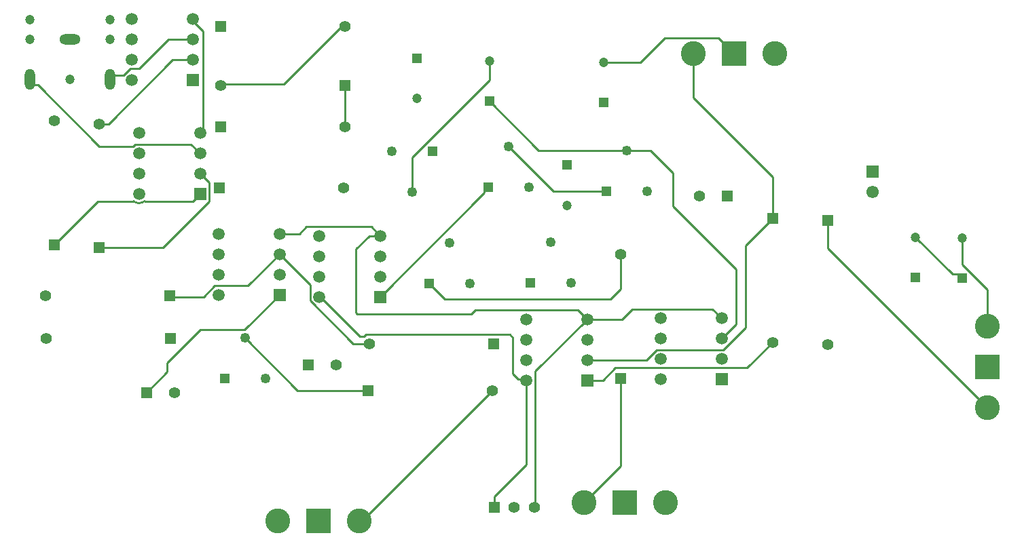
<source format=gbl>
G04*
G04 #@! TF.GenerationSoftware,Altium Limited,Altium Designer,24.5.2 (23)*
G04*
G04 Layer_Physical_Order=2*
G04 Layer_Color=16711680*
%FSLAX44Y44*%
%MOMM*%
G71*
G04*
G04 #@! TF.SameCoordinates,504B62B8-D43C-4730-976B-65A65C3D763D*
G04*
G04*
G04 #@! TF.FilePolarity,Positive*
G04*
G01*
G75*
%ADD15C,0.2540*%
%ADD23C,1.2000*%
%ADD24R,1.2000X1.2000*%
%ADD25C,1.4000*%
%ADD26R,1.4000X1.4000*%
%ADD27R,1.4000X1.4000*%
%ADD28R,1.5500X1.5500*%
%ADD29C,1.5500*%
%ADD30R,1.2500X1.2500*%
%ADD31C,1.2500*%
%ADD35O,1.3080X2.6160*%
%ADD36O,2.6160X1.3080*%
%ADD37R,3.0960X3.0960*%
%ADD38C,3.0960*%
%ADD39R,1.5000X1.5000*%
%ADD40C,1.5000*%
%ADD41R,3.0960X3.0960*%
D15*
X484498Y923290D02*
G03*
X498482Y923290I6992J8890D01*
G01*
X478313Y991870D02*
X484385D01*
X441960D02*
X478313D01*
X486805Y994290D02*
X556380D01*
X567690Y982980D01*
X484385Y991870D02*
X486805Y994290D01*
X365480Y1068350D02*
X441960Y991870D01*
X355130Y1073219D02*
Y1075220D01*
Y1073219D02*
X359999Y1068350D01*
X365480D01*
X455930Y1076421D02*
X459999Y1080490D01*
X472675D02*
X480695Y1088510D01*
X491725D02*
X528435Y1125220D01*
X455930Y1075690D02*
Y1076421D01*
X459999Y1080490D02*
X472675D01*
X480695Y1088510D02*
X491725D01*
X528435Y1125220D02*
X558800D01*
X455460Y1075220D02*
X455930Y1075690D01*
X455130Y1075220D02*
X455460D01*
X533400Y1099820D02*
X558800D01*
X441960Y1019810D02*
X453390D01*
X533400Y1099820D01*
X591990Y1069340D02*
X671660D01*
X567690Y1008380D02*
Y1011752D01*
X571500Y1015562D02*
Y1135380D01*
X567690Y1011752D02*
X571500Y1015562D01*
X556260Y1150620D02*
X571500Y1135380D01*
X747860Y1016000D02*
Y1068070D01*
X746590Y1069340D02*
X747860Y1068070D01*
X526442Y710313D02*
Y721360D01*
X500660Y684530D02*
X526442Y710313D01*
X769450Y524510D02*
X932010Y687070D01*
X765810Y524510D02*
X769450D01*
X1046480Y697230D02*
X1049020Y699770D01*
X1050380D02*
X1070272D01*
X1049020D02*
X1050380D01*
X763488Y782713D02*
X906155D01*
X762000Y784201D02*
Y863600D01*
X778510Y880110D01*
X762000Y784201D02*
X763488Y782713D01*
X778510Y880110D02*
X792480D01*
X1517650Y844558D02*
X1549400Y812808D01*
Y767080D02*
Y812808D01*
X1517650Y844558D02*
Y877170D01*
X1459230Y878440D02*
X1505770Y831900D01*
X1512920D01*
X1517650Y827170D01*
X1350010Y864870D02*
X1549400Y665480D01*
X1350010Y864870D02*
Y898990D01*
X1281430Y901530D02*
Y953770D01*
X1182370Y1052830D02*
Y1107440D01*
Y1052830D02*
X1281430Y953770D01*
X1099820Y986790D02*
X1129030Y986790D01*
X1156970Y958850D01*
Y916940D02*
Y958850D01*
Y916940D02*
X1235710Y838200D01*
X989730Y986790D02*
X1099820D01*
X1235710Y769620D02*
Y838200D01*
X1116840Y1096880D02*
X1146690Y1126730D01*
X1213880D01*
X1233170Y1107440D01*
X1070610Y1096880D02*
X1116840D01*
X952500Y991870D02*
X1008380Y935990D01*
X1074420D01*
X928370Y1048150D02*
X989730Y986790D01*
X974090Y594360D02*
Y699770D01*
X934250Y554520D02*
X974090Y594360D01*
X934250Y541020D02*
Y554520D01*
X932010Y687070D02*
Y688425D01*
X1217930Y751840D02*
X1235710Y769620D01*
X1050290Y775970D02*
X1093748D01*
X1106328Y788550D01*
X1206620D01*
X1217930Y777240D01*
X704970Y799225D02*
Y819030D01*
X717550Y803910D02*
X767080Y754380D01*
X772282D02*
X774822Y756920D01*
X622810Y762510D02*
X666750Y806450D01*
X567593Y762510D02*
X622810D01*
X774822Y756920D02*
X953770D01*
X767080Y754380D02*
X772282D01*
X704970Y799225D02*
X758705Y745490D01*
X1249630Y715130D02*
X1281430Y746930D01*
X1085632Y715130D02*
X1249630D01*
X1070272Y699770D02*
X1085632Y715130D01*
X1219835Y737750D02*
X1247767Y765683D01*
Y867867D01*
X1137045Y737750D02*
X1219835D01*
X1046480Y547370D02*
X1092200Y593090D01*
Y702310D01*
X985400Y711080D02*
X1050290Y775970D01*
X985400Y542170D02*
Y711080D01*
X984250Y541020D02*
X985400Y542170D01*
X1247767Y867867D02*
X1281430Y901530D01*
X1124465Y725170D02*
X1137045Y737750D01*
X1050290Y725170D02*
X1124465D01*
X526442Y721360D02*
X567593Y762510D01*
X1079500Y801370D02*
X1092200Y814070D01*
Y856910D01*
X872490Y801370D02*
X1079500D01*
X853440Y820420D02*
X872490Y801370D01*
X957580Y707828D02*
Y753110D01*
X971706Y697386D02*
Y697630D01*
X964407Y701002D02*
X968334D01*
X957580Y707828D02*
X964407Y701002D01*
X968334D02*
X971706Y697630D01*
Y697386D02*
X974090Y699770D01*
X953770Y756920D02*
X957580Y753110D01*
X716280Y803910D02*
X717550D01*
X906155Y782713D02*
X910722Y787280D01*
X1038980D01*
X1050290Y775970D01*
X792480Y803910D02*
X922120Y933550D01*
Y936090D01*
X927100Y941070D01*
X792480Y827955D02*
Y829310D01*
X688950Y687070D02*
X777410D01*
X623570Y752450D02*
X688950Y687070D01*
X666750Y857250D02*
X704970Y819030D01*
X758705Y745490D02*
X778680D01*
X776800Y687680D02*
X777410Y687070D01*
X691158Y882650D02*
X699928Y891420D01*
X781170D02*
X792480Y880110D01*
X666750Y882650D02*
X691158D01*
X699928Y891420D02*
X781170D01*
X831850Y978008D02*
X928370Y1074528D01*
Y1098150D01*
X831850Y934720D02*
Y978008D01*
X572015Y803910D02*
X585865Y817760D01*
X627260D02*
X666750Y857250D01*
X585865Y817760D02*
X627260D01*
X531960Y803910D02*
X572015D01*
X671660Y1069340D02*
X746590Y1144270D01*
X447970Y923290D02*
X484498D01*
X439827Y922597D02*
X447277D01*
X386080Y868850D02*
X439827Y922597D01*
X558800Y923290D02*
X567690Y932180D01*
X498482Y923290D02*
X558800D01*
X447277Y922597D02*
X447970Y923290D01*
X441960Y865210D02*
X521108D01*
X567690Y957580D02*
X579000Y946270D01*
Y923102D02*
Y946270D01*
X521108Y865210D02*
X579000Y923102D01*
D23*
X355130Y1125220D02*
D03*
Y1150220D02*
D03*
X405130Y1075220D02*
D03*
X455130Y1125220D02*
D03*
Y1150220D02*
D03*
X928370Y1098150D02*
D03*
X838200Y1051960D02*
D03*
X1024890Y918210D02*
D03*
X1459230Y878440D02*
D03*
X1517650Y877170D02*
D03*
X1070610Y1096880D02*
D03*
D24*
X928370Y1048150D02*
D03*
X838200Y1101960D02*
D03*
X1024890Y968210D02*
D03*
X1459230Y828440D02*
D03*
X1517650Y827170D02*
D03*
X1070610Y1046880D02*
D03*
D25*
X1281430Y746930D02*
D03*
X984250Y541020D02*
D03*
X959250D02*
D03*
X737310Y718820D02*
D03*
X1190270Y929640D02*
D03*
X535660Y684530D02*
D03*
X747860Y1141730D02*
D03*
X441960Y1019810D02*
D03*
X386080Y1023450D02*
D03*
X747860Y1016000D02*
D03*
X376090Y751840D02*
D03*
X593260Y1068070D02*
D03*
X374990Y805180D02*
D03*
X746590Y939800D02*
D03*
X778680Y745490D02*
D03*
X1350010Y744390D02*
D03*
X932010Y687070D02*
D03*
X1092200Y856910D02*
D03*
D26*
X1281430Y901530D02*
D03*
X441960Y865210D02*
D03*
X386080Y868850D02*
D03*
X1350010Y898990D02*
D03*
X1092200Y702310D02*
D03*
D27*
X934250Y541020D02*
D03*
X702310Y718820D02*
D03*
X1225270Y929640D02*
D03*
X500660Y684530D02*
D03*
X593260Y1141730D02*
D03*
Y1016000D02*
D03*
X530690Y751840D02*
D03*
X747860Y1068070D02*
D03*
X529590Y805180D02*
D03*
X591990Y939800D02*
D03*
X933280Y745490D02*
D03*
X777410Y687070D02*
D03*
D28*
X1405890Y960120D02*
D03*
D29*
Y935120D02*
D03*
D30*
X857250Y985520D02*
D03*
X927100Y941070D02*
D03*
X1074420Y935990D02*
D03*
X853440Y820420D02*
D03*
X979170Y821690D02*
D03*
X598170Y701650D02*
D03*
D31*
X806450Y985520D02*
D03*
X831850Y934720D02*
D03*
X977900Y941070D02*
D03*
X952500Y991870D02*
D03*
X1099820Y986790D02*
D03*
X1125220Y935990D02*
D03*
X878840Y871220D02*
D03*
X904240Y820420D02*
D03*
X1004570Y872490D02*
D03*
X1029970Y821690D02*
D03*
X623570Y752450D02*
D03*
X648970Y701650D02*
D03*
D35*
X455130Y1075220D02*
D03*
X355130D02*
D03*
D36*
X405130Y1125220D02*
D03*
D37*
X1233170Y1107440D02*
D03*
X715010Y524510D02*
D03*
X1097280Y547370D02*
D03*
D38*
X1182370Y1107440D02*
D03*
X1283970D02*
D03*
X1549400Y767080D02*
D03*
Y665480D02*
D03*
X765810Y524510D02*
D03*
X664210D02*
D03*
X1046480Y547370D02*
D03*
X1148080D02*
D03*
D39*
X567690Y932180D02*
D03*
X558800Y1074420D02*
D03*
X666750Y806450D02*
D03*
X792480Y803910D02*
D03*
X1217930Y701040D02*
D03*
X1050290Y699770D02*
D03*
D40*
X567690Y957580D02*
D03*
Y982980D02*
D03*
Y1008380D02*
D03*
X491490Y932180D02*
D03*
Y957580D02*
D03*
Y982980D02*
D03*
Y1008380D02*
D03*
X558800Y1099820D02*
D03*
Y1125220D02*
D03*
Y1150620D02*
D03*
X482600Y1074420D02*
D03*
Y1099820D02*
D03*
Y1125220D02*
D03*
Y1150620D02*
D03*
X666750Y831850D02*
D03*
Y857250D02*
D03*
Y882650D02*
D03*
X590550Y806450D02*
D03*
Y831850D02*
D03*
Y857250D02*
D03*
Y882650D02*
D03*
X792480Y829310D02*
D03*
Y854710D02*
D03*
Y880110D02*
D03*
X716280Y803910D02*
D03*
Y829310D02*
D03*
Y854710D02*
D03*
Y880110D02*
D03*
X1217930Y726440D02*
D03*
Y751840D02*
D03*
Y777240D02*
D03*
X1141730Y701040D02*
D03*
Y726440D02*
D03*
Y751840D02*
D03*
Y777240D02*
D03*
X1050290Y725170D02*
D03*
Y750570D02*
D03*
Y775970D02*
D03*
X974090Y699770D02*
D03*
Y725170D02*
D03*
Y750570D02*
D03*
Y775970D02*
D03*
D41*
X1549400Y716280D02*
D03*
M02*

</source>
